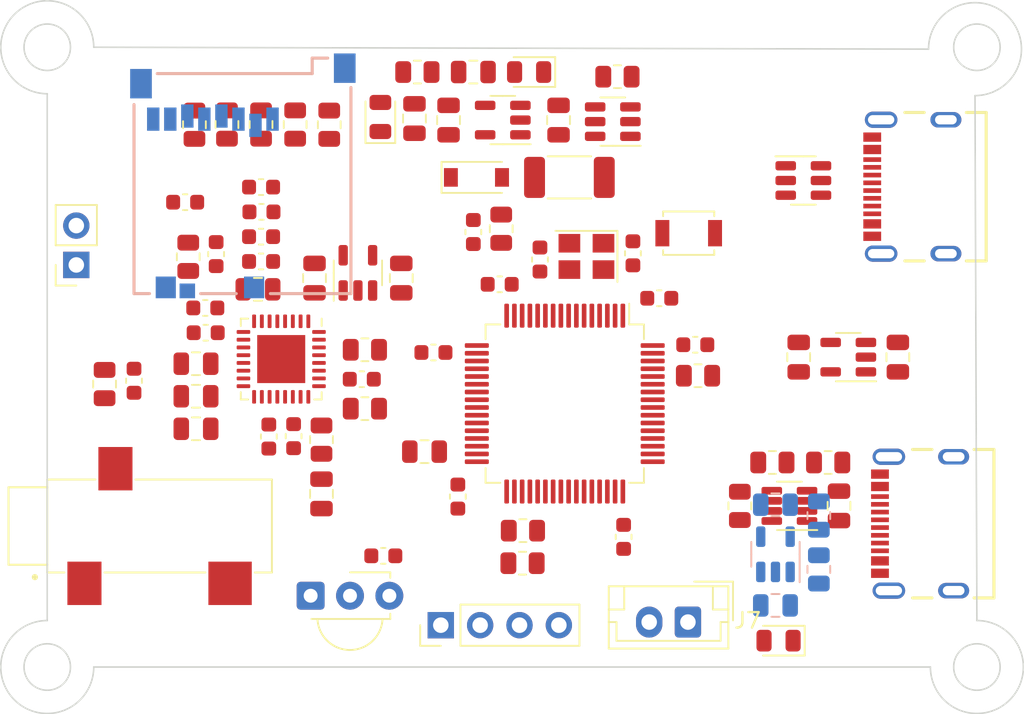
<source format=kicad_pcb>
(kicad_pcb (version 20211014) (generator pcbnew)
  (layers (0 "F.Cu" signal) (31 "B.Cu" signal) (34 "B.Paste" user) (35 "F.Paste" user) (36 "B.SilkS" user "B.Silkscreen") (37 "F.SilkS" user "F.Silkscreen") (38 "B.Mask" user) (39 "F.Mask" user) (44 "Edge.Cuts" user))
  (net 0 "")
  (net 1 "GND")
  (net 2 "Net-(C13-Pad2)")
  (net 3 "Net-(C14-Pad1)")
  (net 4 "Net-(C14-Pad2)")
  (net 5 "Net-(C15-Pad1)")
  (net 8 "Net-(C15-Pad2)")
  (net 11 "Net-(C16-Pad1)")
  (net 12 "Net-(C2-Pad1)")
  (net 14 "Net-(C17-Pad1)")
  (net 15 "Net-(C4-Pad1)")
  (net 16 "+3.3V")
  (net 17 "+2V5")
  (net 18 "Net-(C13-Pad1)")
  (net 19 "/PowerSupply/MAIN_PWR")
  (net 20 "Net-(C19-Pad1)")
  (net 21 "VBUS")
  (net 22 "+BATT")
  (net 23 "/PowerSupply/BOOST_IN")
  (net 24 "Net-(C36-Pad1)")
  (net 25 "/USB_OTG_VBUS")
  (net 26 "Net-(D1-Pad2)")
  (net 27 "/XIN")
  (net 28 "/XOUT")
  (net 29 "Net-(Y1-Pad2)")
  (net 30 "Net-(C18-Pad1)")
  (net 31 "Net-(C18-Pad2)")
  (net 32 "Net-(C21-Pad1)")
  (net 33 "Net-(C23-Pad1)")
  (net 34 "Net-(C25-Pad1)")
  (net 35 "/USB_POWER")
  (net 36 "USB+")
  (net 37 "USB-")
  (net 38 "SWCLK_PA14")
  (net 39 "SWDIO_PA13")
  (net 40 "SD_D2_PB1")
  (net 41 "SD_D3_PC11")
  (net 42 "SD_CMD_PD2")
  (net 43 "SD_CLK_PB2")
  (net 44 "SD_D0_PC8")
  (net 45 "SD_D1_PB0")
  (net 55 "Net-(R2-Pad2)")
  (net 56 "I2C_SDA_PB7")
  (net 57 "I2C_SCL_PB6")
  (net 58 "CODEC_M{slash}~{S}")
  (net 59 "Net-(R13-Pad2)")
  (net 60 "CODEC_RST")
  (net 61 "Net-(R15-Pad1)")
  (net 72 "I2S_WS_PA4")
  (net 73 "I2S_SCLK_PA5")
  (net 75 "I2S_DIN_PA7")
  (net 76 "I2S_MCLK_PC4")
  (net 87 "USB_N")
  (net 88 "USB_P")
  (net 97 "IRR_OUT")
  (net 105 "Net-(D3-Pad2)")
  (net 106 "Net-(R17-Pad1)")
  (net 107 "Net-(R19-Pad2)")
  (net 108 "Net-(R22-Pad2)")
  (net 109 "/PowerSupply/USB_OTG_EN")
  (net 111 "Net-(D2-Pad2)")
  (net 114 "/USB_OTG_EN")
  (footprint "Capacitor_SMD:C_0603_1608Metric" (layer "F.Cu") (at 144.8 67.3 -90)
    (fp_text reference "C3" hide)
    (fp_text value "12p" hide)
    (pad "1" smd roundrect (at -0.775 0 270) (size 0.9 0.95) (layers "F.Cu" "F.Paste" "F.Mask") (net 27 "/XIN"))
    (pad "2" smd roundrect (at 0.775 0 270) (size 0.9 0.95) (layers "F.Cu" "F.Paste" "F.Mask") (net 1 "GND"))
  )
  (footprint "Package_TO_SOT_SMD:SOT-23-6" (layer "F.Cu") (at 143.5 58.8 180)
    (fp_text reference "U8" hide)
    (fp_text value "AP22652W6-7" hide)
    (pad "1" smd roundrect (at -1.1375 -0.95 180) (size 1.325 0.6) (layers "F.Cu" "F.Paste" "F.Mask") (net 19 "/PowerSupply/MAIN_PWR"))
    (pad "2" smd roundrect (at -1.1375 0 180) (size 1.325 0.6) (layers "F.Cu" "F.Paste" "F.Mask") (net 1 "GND"))
    (pad "3" smd roundrect (at -1.1375 0.95 180) (size 1.325 0.6) (layers "F.Cu" "F.Paste" "F.Mask") (net 109 "/PowerSupply/USB_OTG_EN"))
    (pad "4" smd roundrect (at 1.1375 0.95 180) (size 1.325 0.6) (layers "F.Cu" "F.Paste" "F.Mask"))
    (pad "5" smd roundrect (at 1.1375 0 180) (size 1.325 0.6) (layers "F.Cu" "F.Paste" "F.Mask") (net 106 "Net-(R17-Pad1)"))
    (pad "6" smd roundrect (at 1.1375 -0.95 180) (size 1.325 0.6) (layers "F.Cu" "F.Paste" "F.Mask") (net 23 "/PowerSupply/BOOST_IN"))
  )
  (footprint "Resistor_SMD:R_0805_2012Metric" (layer "F.Cu") (at 125.2 59 -90)
    (fp_text reference "R8" hide)
    (fp_text value "10K" hide)
    (pad "1" smd roundrect (at -0.9125 0 270) (size 1.025 1.4) (layers "F.Cu" "F.Paste" "F.Mask") (roundrect_rratio 0.243902) (net 16 "+3.3V"))
    (pad "2" smd roundrect (at 0.9125 0 270) (size 1.025 1.4) (layers "F.Cu" "F.Paste" "F.Mask") (roundrect_rratio 0.243902) (net 45 "SD_D1_PB0"))
  )
  (footprint "Capacitor_SMD:C_0805_2012Metric" (layer "F.Cu") (at 140 58.7 90)
    (fp_text reference "C35" hide)
    (fp_text value "22u" hide)
    (pad "1" smd roundrect (at -0.95 0 90) (size 1 1.45) (layers "F.Cu" "F.Paste" "F.Mask") (net 23 "/PowerSupply/BOOST_IN"))
    (pad "2" smd roundrect (at 0.95 0 90) (size 1 1.45) (layers "F.Cu" "F.Paste" "F.Mask") (net 1 "GND"))
  )
  (footprint "Capacitor_SMD:C_0603_1608Metric" (layer "F.Cu") (at 138.8 67.7 90)
    (fp_text reference "C1" hide)
    (fp_text value "12p" hide)
    (pad "1" smd roundrect (at -0.775 0 90) (size 0.9 0.95) (layers "F.Cu" "F.Paste" "F.Mask") (net 28 "/XOUT"))
    (pad "2" smd roundrect (at 0.775 0 90) (size 0.9 0.95) (layers "F.Cu" "F.Paste" "F.Mask") (net 1 "GND"))
  )
  (footprint "Resistor_SMD:R_0805_2012Metric" (layer "F.Cu") (at 127.5 77.325 180)
    (fp_text reference "R14" hide)
    (fp_text value "10K" hide)
    (pad "1" smd roundrect (at -0.9125 0 180) (size 1.025 1.4) (layers "F.Cu" "F.Paste" "F.Mask") (roundrect_rratio 0.243902) (net 16 "+3.3V"))
    (pad "2" smd roundrect (at 0.9125 0 180) (size 1.025 1.4) (layers "F.Cu" "F.Paste" "F.Mask") (roundrect_rratio 0.243902) (net 60 "CODEC_RST"))
  )
  (footprint "Inductor_SMD:L_2010_5025Metric" (layer "F.Cu") (at 140.7 62.4 180)
    (fp_text reference "L1" hide)
    (fp_text value "2.2uH" hide)
    (pad "1" smd roundrect (at -2.25 0 180) (size 1.35 2.65) (layers "F.Cu" "F.Paste" "F.Mask") (roundrect_rratio 0.185185) (net 23 "/PowerSupply/BOOST_IN"))
    (pad "2" smd roundrect (at 2.25 0 180) (size 1.35 2.65) (layers "F.Cu" "F.Paste" "F.Mask") (roundrect_rratio 0.185185) (net 111 "Net-(D2-Pad2)"))
  )
  (footprint "Capacitor_SMD:C_0603_1608Metric" (layer "F.Cu") (at 120.8 67.825 180)
    (fp_text reference "C24" hide)
    (fp_text value "100n" hide)
    (pad "1" smd roundrect (at -0.775 0 180) (size 0.9 0.95) (layers "F.Cu" "F.Paste" "F.Mask") (net 17 "+2V5"))
    (pad "2" smd roundrect (at 0.775 0 180) (size 0.9 0.95) (layers "F.Cu" "F.Paste" "F.Mask") (net 1 "GND"))
  )
  (footprint "Capacitor_SMD:C_0603_1608Metric" (layer "F.Cu") (at 128.69 86.825 180)
    (fp_text reference "C11" hide)
    (fp_text value "100n" hide)
    (pad "1" smd roundrect (at -0.775 0 180) (size 0.9 0.95) (layers "F.Cu" "F.Paste" "F.Mask") (net 16 "+3.3V"))
    (pad "2" smd roundrect (at 0.775 0 180) (size 0.9 0.95) (layers "F.Cu" "F.Paste" "F.Mask") (net 1 "GND"))
  )
  (footprint "Package_TO_SOT_SMD:SOT-23-8" (layer "F.Cu") (at 154.9 83.6 180)
    (fp_text reference "U10" hide)
    (fp_text value "TPS2116" hide)
    (pad "1" smd roundrect (at -1.1375 -0.975 180) (size 1.325 0.5) (layers "F.Cu" "F.Paste" "F.Mask") (net 1 "GND"))
    (pad "2" smd roundrect (at -1.1375 -0.325 180) (size 1.325 0.5) (layers "F.Cu" "F.Paste" "F.Mask") (net 19 "/PowerSupply/MAIN_PWR"))
    (pad "3" smd roundrect (at -1.1375 0.325 180) (size 1.325 0.5) (layers "F.Cu" "F.Paste" "F.Mask") (net 21 "VBUS"))
    (pad "4" smd roundrect (at -1.1375 0.975 180) (size 1.325 0.5) (layers "F.Cu" "F.Paste" "F.Mask") (net 107 "Net-(R19-Pad2)"))
    (pad "5" smd roundrect (at 1.1375 0.975 180) (size 1.325 0.5) (layers "F.Cu" "F.Paste" "F.Mask") (net 21 "VBUS"))
    (pad "6" smd roundrect (at 1.1375 0.325 180) (size 1.325 0.5) (layers "F.Cu" "F.Paste" "F.Mask") (net 22 "+BATT"))
    (pad "7" smd roundrect (at 1.1375 -0.325 180) (size 1.325 0.5) (layers "F.Cu" "F.Paste" "F.Mask") (net 19 "/PowerSupply/MAIN_PWR"))
    (pad "8" smd roundrect (at 1.1375 -0.975 180) (size 1.325 0.5) (layers "F.Cu" "F.Paste" "F.Mask") (net 108 "Net-(R22-Pad2)"))
  )
  (footprint "Capacitor_SMD:C_0603_1608Metric" (layer "F.Cu") (at 134.5 65.925 90)
    (fp_text reference "C2" hide)
    (fp_text value "100n" hide)
    (pad "1" smd roundrect (at -0.775 0 90) (size 0.9 0.95) (layers "F.Cu" "F.Paste" "F.Mask") (net 12 "Net-(C2-Pad1)"))
    (pad "2" smd roundrect (at 0.775 0 90) (size 0.9 0.95) (layers "F.Cu" "F.Paste" "F.Mask") (net 1 "GND"))
  )
  (footprint "Resistor_SMD:R_0805_2012Metric" (layer "F.Cu") (at 116.1 67.525 -90)
    (fp_text reference "R10" hide)
    (fp_text value "51R" hide)
    (pad "1" smd roundrect (at -0.9125 0 270) (size 1.025 1.4) (layers "F.Cu" "F.Paste" "F.Mask") (roundrect_rratio 0.243902) (net 2 "Net-(C13-Pad2)"))
    (pad "2" smd roundrect (at 0.9125 0 270) (size 1.025 1.4) (layers "F.Cu" "F.Paste" "F.Mask") (roundrect_rratio 0.243902) (net 1 "GND"))
  )
  (footprint "Capacitor_SMD:C_0603_1608Metric" (layer "F.Cu") (at 127.3 75.425)
    (fp_text reference "C20" hide)
    (fp_text value "100n" hide)
    (pad "1" smd roundrect (at -0.775 0) (size 0.9 0.95) (layers "F.Cu" "F.Paste" "F.Mask") (net 16 "+3.3V"))
    (pad "2" smd roundrect (at 0.775 0) (size 0.9 0.95) (layers "F.Cu" "F.Paste" "F.Mask") (net 1 "GND"))
  )
  (footprint "Package_TO_SOT_SMD:SOT-23-5" (layer "F.Cu") (at 136.4 58.7 180)
    (fp_text reference "U9" hide)
    (fp_text value "TPS613222ADBV" hide)
    (pad "1" smd roundrect (at -1.1375 -0.95 180) (size 1.325 0.6) (layers "F.Cu" "F.Paste" "F.Mask") (net 111 "Net-(D2-Pad2)"))
    (pad "2" smd roundrect (at -1.1375 0 180) (size 1.325 0.6) (layers "F.Cu" "F.Paste" "F.Mask") (net 1 "GND"))
    (pad "3" smd roundrect (at -1.1375 0.95 180) (size 1.325 0.6) (layers "F.Cu" "F.Paste" "F.Mask"))
    (pad "4" smd roundrect (at 1.1375 0.95 180) (size 1.325 0.6) (layers "F.Cu" "F.Paste" "F.Mask") (net 25 "/USB_OTG_VBUS"))
    (pad "5" smd roundrect (at 1.1375 -0.95 180) (size 1.325 0.6) (layers "F.Cu" "F.Paste" "F.Mask"))
  )
  (footprint "Capacitor_SMD:C_0603_1608Metric" (layer "F.Cu") (at 146.5 70.2)
    (fp_text reference "C5" hide)
    (fp_text value "100n" hide)
    (pad "1" smd roundrect (at -0.775 0) (size 0.9 0.95) (layers "F.Cu" "F.Paste" "F.Mask") (net 16 "+3.3V"))
    (pad "2" smd roundrect (at 0.775 0) (size 0.9 0.95) (layers "F.Cu" "F.Paste" "F.Mask") (net 1 "GND"))
  )
  (footprint "MountingHole:MountingHole_2.1mm" (layer "F.Cu") (at 167 54)
    (fp_text reference "M1" hide)
    (fp_text value "MNT" hide)
    (pad "" np_thru_hole circle (at 0 0) (size 2.1 2.1) (drill 2.1) (layers *.Cu *.Mask))
  )
  (footprint "Capacitor_SMD:C_0805_2012Metric" (layer "F.Cu") (at 158.1 83.6 90)
    (fp_text reference "C39" hide)
    (fp_text value "100u" hide)
    (pad "1" smd roundrect (at -0.95 0 90) (size 1 1.45) (layers "F.Cu" "F.Paste" "F.Mask") (net 19 "/PowerSupply/MAIN_PWR"))
    (pad "2" smd roundrect (at 0.95 0 90) (size 1 1.45) (layers "F.Cu" "F.Paste" "F.Mask") (net 1 "GND"))
  )
  (footprint "Capacitor_SMD:C_0805_2012Metric" (layer "F.Cu") (at 161.9 74 -90)
    (fp_text reference "C31" hide)
    (fp_text value "10u" hide)
    (pad "1" smd roundrect (at -0.95 0 270) (size 1 1.45) (layers "F.Cu" "F.Paste" "F.Mask") (net 19 "/PowerSupply/MAIN_PWR"))
    (pad "2" smd roundrect (at 0.95 0 270) (size 1 1.45) (layers "F.Cu" "F.Paste" "F.Mask") (net 1 "GND"))
  )
  (footprint "Capacitor_SMD:C_0805_2012Metric" (layer "F.Cu") (at 116.6 78.625 180)
    (fp_text reference "C25" hide)
    (fp_text value "10u" hide)
    (pad "1" smd roundrect (at -0.95 0 180) (size 1 1.45) (layers "F.Cu" "F.Paste" "F.Mask") (net 34 "Net-(C25-Pad1)"))
    (pad "2" smd roundrect (at 0.95 0 180) (size 1 1.45) (layers "F.Cu" "F.Paste" "F.Mask") (net 1 "GND"))
  )
  (footprint "Resistor_SMD:R_0805_2012Metric" (layer "F.Cu") (at 116.5 59 -90)
    (fp_text reference "R7" hide)
    (fp_text value "10K" hide)
    (pad "1" smd roundrect (at -0.9125 0 270) (size 1.025 1.4) (layers "F.Cu" "F.Paste" "F.Mask") (roundrect_rratio 0.243902) (net 16 "+3.3V"))
    (pad "2" smd roundrect (at 0.9125 0 270) (size 1.025 1.4) (layers "F.Cu" "F.Paste" "F.Mask") (roundrect_rratio 0.243902) (net 40 "SD_D2_PB1"))
  )
  (footprint "Package_TO_SOT_SMD:SOT-23-6" (layer "F.Cu") (at 155.8 62.6)
    (fp_text reference "U2" hide)
    (fp_text value "D-ESD-PESD2ETH-AD" hide)
    (pad "1" smd roundrect (at -1.1375 -0.95) (size 1.325 0.6) (layers "F.Cu" "F.Paste" "F.Mask") (net 88 "USB_P"))
    (pad "2" smd roundrect (at -1.1375 0) (size 1.325 0.6) (layers "F.Cu" "F.Paste" "F.Mask") (net 1 "GND"))
    (pad "3" smd roundrect (at -1.1375 0.95) (size 1.325 0.6) (layers "F.Cu" "F.Paste" "F.Mask") (net 87 "USB_N"))
    (pad "4" smd roundrect (at 1.1375 0.95) (size 1.325 0.6) (layers "F.Cu" "F.Paste" "F.Mask") (net 37 "USB-"))
    (pad "5" smd roundrect (at 1.1375 0) (size 1.325 0.6) (layers "F.Cu" "F.Paste" "F.Mask") (net 35 "/USB_POWER"))
    (pad "6" smd roundrect (at 1.1375 -0.95) (size 1.325 0.6) (layers "F.Cu" "F.Paste" "F.Mask") (net 36 "USB+"))
  )
  (footprint "Capacitor_SMD:C_0805_2012Metric" (layer "F.Cu") (at 134.5 55.6 180)
    (fp_text reference "C36" hide)
    (fp_text value "120p" hide)
    (pad "1" smd roundrect (at -0.95 0 180) (size 1 1.45) (layers "F.Cu" "F.Paste" "F.Mask") (net 24 "Net-(C36-Pad1)"))
    (pad "2" smd roundrect (at 0.95 0 180) (size 1 1.45) (layers "F.Cu" "F.Paste" "F.Mask") (net 25 "/USB_OTG_VBUS"))
  )
  (footprint "Connector_JST:JST_EH_B2B-EH-A_1x02_P2.50mm_Vertical" (layer "F.Cu") (at 148.35 91.1 180)
    (fp_text reference "J7" (at -3.85 0.1 180) (layer "F.SilkS"))
    (fp_text value "BATT")
    (pad "1" thru_hole roundrect (at 0 0 180) (size 1.7 2) (drill 1) (layers *.Cu *.Mask) (roundrect_rratio 0.147059) (net 1 "GND"))
    (pad "2" thru_hole oval (at 2.5 0 180) (size 1.7 2) (drill 1) (layers *.Cu *.Mask) (net 22 "+BATT"))
  )
  (footprint "Resistor_SMD:R_0805_2012Metric" (layer "F.Cu") (at 118.6 58.9875 -90)
    (fp_text reference "R5" hide)
    (fp_text value "10K" hide)
    (pad "1" smd roundrect (at -0.9125 0 270) (size 1.025 1.4) (layers "F.Cu" "F.Paste" "F.Mask") (roundrect_rratio 0.243902) (net 16 "+3.3V"))
    (pad "2" smd roundrect (at 0.9125 0 270) (size 1.025 1.4) (layers "F.Cu" "F.Paste" "F.Mask") (roundrect_rratio 0.243902) (net 41 "SD_D3_PC11"))
  )
  (footprint "Button_Switch_SMD:SW_SPST_B3U-1000P-B" (layer "F.Cu") (at 148.4 66)
    (fp_text reference "SW1" hide)
    (fp_text value "RST" hide)
    (pad "" np_thru_hole circle (at 0 0) (size 0.8 0.8) (drill 0.8) (layers *.Cu *.Mask))
    (pad "1" smd rect (at -1.7 0) (size 0.9 1.7) (layers "F.Cu" "F.Paste" "F.Mask") (net 12 "Net-(C2-Pad1)"))
    (pad "2" smd rect (at 1.7 0) (size 0.9 1.7) (layers "F.Cu" "F.Paste" "F.Mask") (net 1 "GND"))
  )
  (footprint "Capacitor_SMD:C_0805_2012Metric" (layer "F.Cu") (at 124.25 68.9 -90)
    (fp_text reference "C34" hide)
    (fp_text value "10u" hide)
    (pad "1" smd roundrect (at -0.95 0 270) (size 1 1.45) (layers "F.Cu" "F.Paste" "F.Mask") (net 17 "+2V5"))
    (pad "2" smd roundrect (at 0.95 0 270) (size 1 1.45) (layers "F.Cu" "F.Paste" "F.Mask") (net 1 "GND"))
  )
  (footprint "Capacitor_SMD:C_0603_1608Metric" (layer "F.Cu") (at 117.9 67.35 90)
    (fp_text reference "C13" hide)
    (fp_text value "22p" hide)
    (pad "1" smd roundrect (at -0.775 0 90) (size 0.9 0.95) (layers "F.Cu" "F.Paste" "F.Mask") (net 18 "Net-(C13-Pad1)"))
    (pad "2" smd roundrect (at 0.775 0 90) (size 0.9 0.95) (layers "F.Cu" "F.Paste" "F.Mask") (net 2 "Net-(C13-Pad2)"))
  )
  (footprint "Resistor_SMD:R_0805_2012Metric" (layer "F.Cu") (at 120.8 58.9875 -90)
    (fp_text reference "R3" hide)
    (fp_text value "10K" hide)
    (pad "1" smd roundrect (at -0.9125 0 270) (size 1.025 1.4) (layers "F.Cu" "F.Paste" "F.Mask") (roundrect_rratio 0.243902) (net 16 "+3.3V"))
    (pad "2" smd roundrect (at 0.9125 0 270) (size 1.025 1.4) (layers "F.Cu" "F.Paste" "F.Mask") (roundrect_rratio 0.243902) (net 42 "SD_CMD_PD2"))
  )
  (footprint "Package_QFP:LQFP-64_10x10mm_P0.5mm" (layer "F.Cu") (at 140.4 77 -90)
    (fp_text reference "U1" hide)
    (fp_text value "STM32F446RETx" hide)
    (pad "1" smd roundrect (at -5.675 -3.75 270) (size 1.55 0.3) (layers "F.Cu" "F.Paste" "F.Mask") (net 16 "+3.3V"))
    (pad "2" smd roundrect (at -5.675 -3.25 270) (size 1.55 0.3) (layers "F.Cu" "F.Paste" "F.Mask"))
    (pad "3" smd roundrect (at -5.675 -2.75 270) (size 1.55 0.3) (layers "F.Cu" "F.Paste" "F.Mask"))
    (pad "4" smd roundrect (at -5.675 -2.25 270) (size 1.55 0.3) (layers "F.Cu" "F.Paste" "F.Mask"))
    (pad "5" smd roundrect (at -5.675 -1.75 270) (size 1.55 0.3) (layers "F.Cu" "F.Paste" "F.Mask") (net 27 "/XIN"))
    (pad "6" smd roundrect (at -5.675 -1.25 270) (size 1.55 0.3) (layers "F.Cu" "F.Paste" "F.Mask") (net 28 "/XOUT"))
    (pad "7" smd roundrect (at -5.675 -0.75 270) (size 1.55 0.3) (layers "F.Cu" "F.Paste" "F.Mask") (net 12 "Net-(C2-Pad1)"))
    (pad "8" smd roundrect (at -5.675 -0.25 270) (size 1.55 0.3) (layers "F.Cu" "F.Paste" "F.Mask"))
    (pad "9" smd roundrect (at -5.675 0.25 270) (size 1.55 0.3) (layers "F.Cu" "F.Paste" "F.Mask"))
    (pad "10" smd roundrect (at -5.675 0.75 270) (size 1.55 0.3) (layers "F.Cu" "F.Paste" "F.Mask"))
    (pad "11" smd roundrect (at -5.675 1.25 270) (size 1.55 0.3) (layers "F.Cu" "F.Paste" "F.Mask"))
    (pad "12" smd roundrect (at -5.675 1.75 270) (size 1.55 0.3) (layers "F.Cu" "F.Paste" "F.Mask") (net 1 "GND"))
    (pad "13" smd roundrect (at -5.675 2.25 270) (size 1.55 0.3) (layers "F.Cu" "F.Paste" "F.Mask") (net 16 "+3.3V"))
    (pad "14" smd roundrect (at -5.675 2.75 270) (size 1.55 0.3) (layers "F.Cu" "F.Paste" "F.Mask"))
    (pad "15" smd roundrect (at -5.675 3.25 270) (size 1.55 0.3) (layers "F.Cu" "F.Paste" "F.Mask"))
    (pad "16" smd roundrect (at -5.675 3.75 270) (size 1.55 0.3) (layers "F.Cu" "F.Paste" "F.Mask"))
    (pad "17" smd roundrect (at -3.75 5.675 270) (size 0.3 1.55) (layers "F.Cu" "F.Paste" "F.Mask"))
    (pad "18" smd roundrect (at -3.25 5.675 270) (size 0.3 1.55) (layers "F.Cu" "F.Paste" "F.Mask") (net 1 "GND"))
    (pad "19" smd roundrect (at -2.75 5.675 270) (size 0.3 1.55) (layers "F.Cu" "F.Paste" "F.Mask") (net 16 "+3.3V"))
    (pad "20" smd roundrect (at -2.25 5.675 270) (size 0.3 1.55) (layers "F.Cu" "F.Paste" "F.Mask") (net 72 "I2S_WS_PA4"))
    (pad "21" smd roundrect (at -1.75 5.675 270) (size 0.3 1.55) (layers "F.Cu" "F.Paste" "F.Mask") (net 73 "I2S_SCLK_PA5"))
    (pad "22" smd roundrect (at -1.25 5.675 270) (size 0.3 1.55) (layers "F.Cu" "F.Paste" "F.Mask"))
    (pad "23" smd roundrect (at -0.75 5.675 270) (size 0.3 1.55) (layers "F.Cu" "F.Paste" "F.Mask") (net 75 "I2S_DIN_PA7"))
    (pad "24" smd roundrect (at -0.25 5.675 270) (size 0.3 1.55) (layers "F.Cu" "F.Paste" "F.Mask") (net 76 "I2S_MCLK_PC4"))
    (pad "25" smd roundrect (at 0.25 5.675 270) (size 0.3 1.55) (layers "F.Cu" "F.Paste" "F.Mask"))
    (pad "26" smd roundrect (at 0.75 5.675 270) (size 0.3 1.55) (layers "F.Cu" "F.Paste" "F.Mask") (net 45 "SD_D1_PB0"))
    (pad "27" smd roundrect (at 1.25 5.675 270) (size 0.3 1.55) (layers "F.Cu" "F.Paste" "F.Mask") (net 40 "SD_D2_PB1"))
    (pad "28" smd roundrect (at 1.75 5.675 270) (size 0.3 1.55) (layers "F.Cu" "F.Paste" "F.Mask") (net 43 "SD_CLK_PB2"))
    (pad "29" smd roundrect (at 2.25 5.675 270) (size 0.3 1.55) (layers "F.Cu" "F.Paste" "F.Mask"))
    (pad "30" smd roundrect (at 2.75 5.675 270) (size 0.3 1.55) (layers "F.Cu" "F.Paste" "F.Mask") (net 15 "Net-(C4-Pad1)"))
    (pad "31" smd roundrect (at 3.25 5.675 270) (size 0.3 1.55) (layers "F.Cu" "F.Paste" "F.Mask") (net 1 "GND"))
    (pad "32" smd roundrect (at 3.75 5.675 270) (size 0.3 1.55) (layers "F.Cu" "F.Paste" "F.Mask") (net 16 "+3.3V"))
    (pad "33" smd roundrect (at 5.675 3.75 270) (size 1.55 0.3) (layers "F.Cu" "F.Paste" "F.Mask") (net 114 "/USB_OTG_EN"))
    (pad "34" smd roundrect (at 5.675 3.25 270) (size 1.55 0.3) (layers "F.Cu" "F.Paste" "F.Mask"))
    (pad "35" smd roundrect (at 5.675 2.75 270) (size 1.55 0.3) (layers "F.Cu" "F.Paste" "F.Mask"))
    (pad "36" smd roundrect (at 5.675 2.25 270) (size 1.55 0.3) (layers "F.Cu" "F.Paste" "F.Mask") (net 97 "IRR_OUT"))
    (pad "37" smd roundrect (at 5.675 1.75 270) (size 1.55 0.3) (layers "F.Cu" "F.Paste" "F.Mask"))
    (pad "38" smd roundrect (at 5.675 1.25 270) (size 1.55 0.3) (layers "F.Cu" "F.Paste" "F.Mask"))
    (pad "39" smd roundrect (at 5.675 0.75 270) (size 1.55 0.3) (layers "F.Cu" "F.Paste" "F.Mask") (net 44 "SD_D0_PC8"))
    (pad "40" smd roundrect (at 5.675 0.25 270) (size 1.55 0.3) (layers "F.Cu" "F.Paste" "F.Mask"))
    (pad "41" smd roundrect (at 5.675 -0.25 270) (size 1.55 0.3) (layers "F.Cu" "F.Paste" "F.Mask"))
    (pad "42" smd roundrect (at 5.675 -0.75 270) (size 1.55 0.3) (layers "F.Cu" "F.Paste" "F.Mask"))
    (pad "43" smd roundrect (at 5.675 -1.25 270) (size 1.55 0.3) (layers "F.Cu" "F.Paste" "F.Mask"))
    (pad "44" smd roundrect (at 5.675 -1.75 270) (size 1.55 0.3) (layers "F.Cu" "F.Paste" "F.Mask") (net 87 "USB_N"))
    (pad "45" smd roundrect (at 5.675 -2.25 270) (size 1.55 0.3) (layers "F.Cu" "F.Paste" "F.Mask") (net 88 "USB_P"))
    (pad "46" smd roundrect (at 5.675 -2.75 270) (size 1.55 0.3) (layers "F.Cu" "F.Paste" "F.Mask"))
    (pad "47" smd roundrect (at 5.675 -3.25 270) (size 1.55 0.3) (layers "F.Cu" "F.Paste" "F.Mask") (net 1 "GND"))
    (pad "48" smd roundrect (at 5.675 -3.75 270) (size 1.55 0.3) (layers "F.Cu" "F.Paste" "F.Mask") (net 16 "+3.3V"))
    (pad "49" smd roundrect (at 3.75 -5.675 270) (size 0.3 1.55) (layers "F.Cu" "F.Paste" "F.Mask") (net 38 "SWCLK_PA14"))
    (pad "50" smd roundrect (at 3.25 -5.675 270) (size 0.3 1.55) (layers "F.Cu" "F.Paste" "F.Mask") (net 39 "SWDIO_PA13"))
    (pad "51" smd roundrect (at 2.75 -5.675 270) (size 0.3 1.55) (layers "F.Cu" "F.Paste" "F.Mask"))
    (pad "52" smd roundrect (at 2.25 -5.675 270) (size 0.3 1.55) (layers "F.Cu" "F.Paste" "F.Mask") (net 41 "SD_D3_PC11"))
    (pad "53" smd roundrect (at 1.75 -5.675 270) (size 0.3 1.55) (layers "F.Cu" "F.Paste" "F.Mask"))
    (pad "54" smd roundrect (at 1.25 -5.675 270) (size 0.3 1.55) (layers "F.Cu" "F.Paste" "F.Mask") (net 42 "SD_CMD_PD2"))
    (pad "55" smd roundrect (at 0.75 -5.675 270) (size 0.3 1.55) (layers "F.Cu" "F.Paste" "F.Mask"))
    (pad "56" smd roundrect (at 0.25 -5.675 270) (size 0.3 1.55) (layers "F.Cu" "F.Paste" "F.Mask"))
    (pad "57" smd roundrect (at -0.25 -5.675 270) (size 0.3 1.55) (layers "F.Cu" "F.Paste" "F.Mask"))
    (pad "58" smd roundrect (at -0.75 -5.675 270) (size 0.3 1.55) (layers "F.Cu" "F.Paste" "F.Mask") (net 57 "I2C_SCL_PB6"))
    (pad "59" smd roundrect (at -1.25 -5.675 270) (size 0.3 1.55) (layers "F.Cu" "F.Paste" "F.Mask") (net 56 "I2C_SDA_PB7"))
    (pad "60" smd roundrect (at -1.75 -5.675 270) (size 0.3 1.55) (layers "F.Cu" "F.Paste" "F.Mask") (net 55 "Net-(R2-Pad2)"))
    (pad "61" smd roundrect (at -2.25 -5.675 270) (size 0.3 1.55) (layers "F.Cu" "F.Paste" "F.Mask"))
    (pad "62" smd roundrect (at -2.75 -5.675 270) (size 0.3 1.55) (layers "F.Cu" "F.Paste" "F.Mask"))
    (pad "63" smd roundrect (at -3.25 -5.675 270) (size 0.3 1.55) (layers "F.Cu" "F.Paste" "F.Mask") (net 1 "GND"))
    (pad "64" smd roundrect (at -3.75 -5.675 270) (size 0.3 1.55) (layers "F.Cu" "F.Paste" "F.Mask") (net 16 "+3.3V"))
  )
  (footprint "Capacitor_SMD:C_0805_2012Metric" (layer "F.Cu") (at 124.7 82.825 90)
    (fp_text reference "C15" hide)
    (fp_text value "1u" hide)
    (pad "1" smd roundrect (at -0.95 0 90) (size 1 1.45) (layers "F.Cu" "F.Paste" "F.Mask") (net 5 "Net-(C15-Pad1)"))
    (pad "2" smd roundrect (at 0.95 0 90) (size 1 1.45) (layers "F.Cu" "F.Paste" "F.Mask") (net 8 "Net-(C15-Pad2)"))
  )
  (footprint "Resistor_SMD:R_0805_2012Metric" (layer "F.Cu") (at 137.7 85.2 180)
    (fp_text reference "R4" hide)
    (fp_text value "10K" hide)
    (pad "1" smd roundrect (at -0.9125 0 180) (size 1.025 1.4) (layers "F.Cu" "F.Paste" "F.Mask") (roundrect_rratio 0.243902) (net 16 "+3.3V"))
    (pad "2" smd roundrect (at 0.9125 0 180) (size 1.025 1.4) (layers "F.Cu" "F.Paste" "F.Mask") (roundrect_rratio 0.243902) (net 56 "I2C_SDA_PB7"))
  )
  (footprint "Capacitor_SMD:C_0603_1608Metric" (layer "F.Cu") (at 120.8 63.025 180)
    (fp_text reference "C28" hide)
    (fp_text value "100n" hide)
    (pad "1" smd roundrect (at -0.775 0 180) (size 0.9 0.95) (layers "F.Cu" "F.Paste" "F.Mask") (net 17 "+2V5"))
    (pad "2" smd roundrect (at 0.775 0 180) (size 0.9 0.95) (layers "F.Cu" "F.Paste" "F.Mask") (net 1 "GND"))
  )
  (footprint "Capacitor_SMD:C_0805_2012Metric" (layer "F.Cu") (at 129.85 68.9 90)
    (fp_text reference "C32" hide)
    (fp_text value "10u" hide)
    (pad "1" smd roundrect (at -0.95 0 90) (size 1 1.45) (layers "F.Cu" "F.Paste" "F.Mask") (net 19 "/PowerSupply/MAIN_PWR"))
    (pad "2" smd roundrect (at 0.95 0 90) (size 1 1.45) (layers "F.Cu" "F.Paste" "F.Mask") (net 1 "GND"))
  )
  (footprint "1KiCadLib:CON_USB_GCT_USB4105_REVA" (layer "F.Cu") (at 165.5 84.75 90)
    (fp_text reference "J6" hide)
    (fp_text value "CON_USB_GCT_USB4105_REVA" hide)
    (pad "" np_thru_hole circle locked (at -2.89 -3.68 90) (size 0.65 0.65) (drill 0.65) (layers *.Cu *.Mask))
    (pad "" np_thru_hole circle locked (at 2.89 -3.68 90) (size 0.65 0.65) (drill 0.65) (layers *.Cu *.Mask))
    (pad "A1/B12" smd rect locked (at -3.2 -4.755 90) (size 0.6 1.15) (layers "F.Cu" "F.Paste" "F.Mask") (net 1 "GND"))
    (pad "A4/B9" smd rect locked (at -2.4 -4.755 90) (size 0.6 1.15) (layers "F.Cu" "F.Paste" "F.Mask") (net 21 "VBUS"))
    (pad "A5" smd rect locked (at -1.25 -4.755 90) (size 0.3 1.15) (layers "F.Cu" "F.Paste" "F.Mask"))
    (pad "A6" smd rect locked (at -0.25 -4.755 90) (size 0.3 1.15) (layers "F.Cu" "F.Paste" "F.Mask"))
    (pad "A7" smd rect locked (at 0.25 -4.755 90) (size 0.3 1.15) (layers "F.Cu" "F.Paste" "F.Mask"))
    (pad "A8" smd rect locked (at 1.25 -4.755 90) (size 0.3 1.15) (layers "F.Cu" "F.Paste" "F.Mask"))
    (pad "B1/A12" smd rect locked (at 3.2 -4.755 90) (size 0.6 1.15) (layers "F.Cu" "F.Paste" "F.Mask") (net 1 "GND"))
    (pad "B4/A9" smd rect locked (at 2.4 -4.755 90) (size 0.6 1.15) (layers "F.Cu" "F.Paste" "F.Mask") (net 21 "VBUS"))
    (pad "B5" smd rect locked (at 1.75 -4.755 90) (size 0.3 1.15) (layers "F.Cu" "F.Paste" "F.Mask"))
    (pad "B6" smd rect locked (at 0.75 -4.755 90) (size 0.3 1.15) (layers "F.Cu" "F.Paste" "F.Mask"))
    (pad "B7" smd rect locked (at -0.75 -4.755 90) (size 0.3 1.15) (layers "F.Cu" "F.Paste" "F.Mask"))
    (pad "B8" smd rect locked (at -1.75 -4.755 90) (size 0.3 1.15) (layers "F.Cu" "F.Paste" "F.Mask"))
    (pad "G1" thru_hole oval locked (at -4.32 0 90) (size 1 2) (drill oval 0.6 1.4) (layers *.Cu *.Mask) (net 1 "GND"))
    (pad "G2" thru_hole oval locked (at 4.32 0 90) (size 1 2) (drill oval 0.6 1.4) (layers *.Cu *.Mask) (net 1 "GND"))
    (pad "G3" thru_hole oval locked (at -4.32 -4.18 90) (size 1.05 2.1) (drill oval 0.6 1.7) (layers *.Cu *.Mask) (net 1 "GND"))
    (pad "G4" thru_hole oval locked (at 4.32 -4.18 90) (size 1.05 2.1) (drill oval 0.6 1.7) (layers *.Cu *.Mask) (net 1 "GND"))
  )
  (footprint "Capacitor_SMD:C_0603_1608Metric" (layer "F.Cu") (at 120.8 66.225 180)
    (fp_text reference "C26" hide)
    (fp_text value "100n" hide)
    (pad "1" smd roundrect (at -0.775 0 180) (size 0.9 0.95) (layers "F.Cu" "F.Paste" "F.Mask") (net 17 "+2V5"))
    (pad "2" smd roundrect (at 0.775 0 180) (size 0.9 0.95) (layers "F.Cu" "F.Paste" "F.Mask") (net 1 "GND"))
  )
  (footprint "Resistor_SMD:R_0805_2012Metric" (layer "F.Cu") (at 124.7 79.325 90)
    (fp_text reference "R13" hide)
    (fp_text value "100R" hide)
    (pad "1" smd roundrect (at -0.9125 0 90) (size 1.025 1.4) (layers "F.Cu" "F.Paste" "F.Mask") (roundrect_rratio 0.243902) (net 8 "Net-(C15-Pad2)"))
    (pad "2" smd roundrect (at 0.9125 0 90) (size 1.025 1.4) (layers "F.Cu" "F.Paste" "F.Mask") (roundrect_rratio 0.243902) (net 59 "Net-(R13-Pad2)"))
  )
  (footprint "Resistor_SMD:R_0805_2012Metric" (layer "F.Cu") (at 143.8 55.9 180)
    (fp_text reference "R17" hide)
    (fp_text value "20k" hide)
    (pad "1" smd roundrect (at -0.9125 0 180) (size 1.025 1.4) (layers "F.Cu" "F.Paste" "F.Mask") (roundrect_rratio 0.243902) (net 106 "Net-(R17-Pad1)"))
    (pad "2" smd roundrect (at 0.9125 0 180) (size 1.025 1.4) (layers "F.Cu" "F.Paste" "F.Mask") (roundrect_rratio 0.243902) (net 1 "GND"))
  )
  (footprint "MountingHole:MountingHole_2.1mm" (layer "F.Cu") (at 106.9 54)
    (fp_text reference "M2" hide)
    (fp_text value "MNT" hide)
    (pad "" np_thru_hole circle (at 0 0) (size 2.1 2.1) (drill 2.1) (layers *.Cu *.Mask))
  )
  (footprint "LibraryAudioBoard:CUI_SJ-3523-SMT-TR" (layer "F.Cu") (at 110.5 84.9)
    (fp_text reference "J4" hide)
    (fp_text value "SJ-3523-SMT-TR" hide)
    (pad "" np_thru_hole circle (at 0 0) (size 1.7 1.7) (drill 1.7) (layers *.Cu *.Mask))
    (pad "" np_thru_hole circle (at 7 0) (size 1.7 1.7) (drill 1.7) (layers *.Cu *.Mask))
    (pad "1" smd rect (at -1.1 3.7) (size 2.2 2.8) (layers "F.Cu" "F.Paste" "F.Mask") (net 3 "Net-(C14-Pad1)"))
    (pad "2" smd rect (at 8.3 3.7) (size 2.8 2.8) (layers "F.Cu" "F.Paste" "F.Mask") (net 1 "GND"))
    (pad "3" smd rect (at 0.9 -3.7) (size 2.2 2.8) (layers "F.Cu" "F.Paste" "F.Mask") (net 18 "Net-(C13-Pad1)"))
  )
  (footprint "Capacitor_SMD:C_0805_2012Metric" (layer "F.Cu") (at 131.35 80.1 180)
    (fp_text reference "C4" hide)
    (fp_text value "4.7u" hide)
    (pad "1" smd roundrect (at -0.95 0 180) (size 1 1.45) (layers "F.Cu" "F.Paste" "F.Mask") (net 15 "Net-(C4-Pad1)"))
    (pad "2" smd roundrect (at 0.95 0 180) (size 1 1.45) (layers "F.Cu" "F.Paste" "F.Mask") (net 1 "GND"))
  )
  (footprint "Capacitor_SMD:C_0603_1608Metric" (layer "F.Cu") (at 120.825 64.625 180)
    (fp_text reference "C27" hide)
    (fp_text value "100n" hide)
    (pad "1" smd roundrect (at -0.775 0 180) (size 0.9 0.95) (layers "F.Cu" "F.Paste" "F.Mask") (net 17 "+2V5"))
    (pad "2" smd roundrect (at 0.775 0 180) (size 0.9 0.95) (layers "F.Cu" "F.Paste" "F.Mask") (net 1 "GND"))
  )
  (footprint "Resistor_SMD:R_0805_2012Metric" (layer "F.Cu") (at 127.5 73.525 180)
    (fp_text reference "R12" hide)
    (fp_text value "10K" hide)
    (pad "1" smd roundrect (at -0.9125 0 180) (size 1.025 1.4) (layers "F.Cu" "F.Paste" "F.Mask") (roundrect_rratio 0.243902) (net 1 "GND"))
    (pad "2" smd roundrect (at 0.9125 0 180) (size 1.025 1.4) (layers "F.Cu" "F.Paste" "F.Mask") (roundrect_rratio 0.243902) (net 58 "CODEC_M{slash}~{S}"))
  )
  (footprint "Resistor_SMD:R_0805_2012Metric" (layer "F.Cu") (at 157.4 80.8)
    (fp_text reference "R20" hide)
    (fp_text value "10K" hide)
    (pad "1" smd roundrect (at -0.9125 0) (size 1.025 1.4) (layers "F.Cu" "F.Paste" "F.Mask") (roundrect_rratio 0.243902) (net 107 "Net-(R19-Pad2)"))
    (pad "2" smd roundrect (at 0.9125 0) (size 1.025 1.4) (layers "F.Cu" "F.Paste" "F.Mask") (roundrect_rratio 0.243902) (net 1 "GND"))
  )
  (footprint "Package_TO_SOT_SMD:SOT-23-5" (layer "F.Cu") (at 127.05 68.5625 90)
    (fp_text reference "U7" hide)
    (fp_text value "NCP163ASN250T1G" hide)
    (pad "1" smd roundrect (at -1.1375 -0.95 90) (size 1.325 0.6) (layers "F.Cu" "F.Paste" "F.Mask") (net 19 "/PowerSupply/MAIN_PWR"))
    (pad "2" smd roundrect (at -1.1375 0 90) (size 1.325 0.6) (layers "F.Cu" "F.Paste" "F.Mask") (net 1 "GND"))
    (pad "3" smd roundrect (at -1.1375 0.95 90) (size 1.325 0.6) (layers "F.Cu" "F.Paste" "F.Mask") (net 19 "/PowerSupply/MAIN_PWR"))
    (pad "4" smd roundrect (at 1.1375 0.95 90) (size 1.325 0.6) (layers "F.Cu" "F.Paste" "F.Mask"))
    (pad "5" smd roundrect (at 1.1375 -0.95 90) (size 1.325 0.6) (layers "F.Cu" "F.Paste" "F.Mask") (net 17 "+2V5"))
  )
  (footprint "Capacitor_SMD:C_0603_1608Metric" (layer "F.Cu") (at 148.825 73.2)
    (fp_text reference "C10" hide)
    (fp_text value "100n" hide)
    (pad "1" smd roundrect (at -0.775 0) (size 0.9 0.95) (layers "F.Cu" "F.Paste" "F.Mask") (net 16 "+3.3V"))
    (pad "2" smd roundrect (at 0.775 0) (size 0.9 0.95) (layers "F.Cu" "F.Paste" "F.Mask") (net 1 "GND"))
  )
  (footprint "Diode_SMD:D_SOD-123" (layer "F.Cu") (at 134.7 62.4)
    (fp_text reference "D2" hide)
    (fp_text value "D_Schottky" hide)
    (pad "1" smd rect (at -1.65 0) (size 0.9 1.2) (layers "F.Cu" "F.Paste" "F.Mask") (net 25 "/USB_OTG_VBUS"))
    (pad "2" smd rect (at 1.65 0) (size 0.9 1.2) (layers "F.Cu" "F.Paste" "F.Mask") (net 111 "Net-(D2-Pad2)"))
  )
  (footprint "Capacitor_SMD:C_0603_1608Metric" (layer "F.Cu") (at 122.9 79.1 -90)
    (fp_text reference "C17" hide)
    (fp_text value "150p" hide)
    (pad "1" smd roundrect (at -0.775 0 270) (size 0.9 0.95) (layers "F.Cu" "F.Paste" "F.Mask") (net 14 "Net-(C17-Pad1)"))
    (pad "2" smd roundrect (at 0.775 0 270) (size 0.9 0.95) (layers "F.Cu" "F.Paste" "F.Mask") (net 1 "GND"))
  )
  (footprint "MountingHole:MountingHole_2.1mm" (layer "F.Cu") (at 167 94)
    (fp_text reference "M4" hide)
    (fp_text value "MNT" hide)
    (pad "" np_thru_hole circle (at 0 0) (size 2.1 2.1) (drill 2.1) (layers *.Cu *.Mask))
  )
  (footprint "1KiCadLib:CON_USB_GCT_USB4105_REVA" (layer "F.Cu") (at 165 63 90)
    (fp_text reference "J1" hide)
    (fp_text value "CON_USB_GCT_USB4105_REVA" hide)
    (pad "" np_thru_hole circle locked (at -2.89 -3.68 90) (size 0.65 0.65) (drill 0.65) (layers *.Cu *.Mask))
    (pad "" np_thru_hole circle locked (at 2.89 -3.68 90) (size 0.65 0.65) (drill 0.65) (layers *.Cu *.Mask))
    (pad "A1/B12" smd rect locked (at -3.2 -4.755 90) (size 0.6 1.15) (layers "F.Cu" "F.Paste" "F.Mask") (net 1 "GND"))
    (pad "A4/B9" smd rect locked (at -2.4 -4.755 90) (size 0.6 1.15) (layers "F.Cu" "F.Paste" "F.Mask") (net 35 "/USB_POWER"))
    (pad "A5" smd rect locked (at -1.25 -4.755 90) (size 0.3 1.15) (layers "F.Cu" "F.Paste" "F.Mask"))
    (pad "A6" smd rect locked (at -0.25 -4.755 90) (size 0.3 1.15) (layers "F.Cu" "F.Paste" "F.Mask") (net 36 "USB+"))
    (pad "A7" smd rect locked (at 0.25 -4.755 90) (size 0.3 1.15) (layers "F.Cu" "F.Paste" "F.Mask") (net 37 "USB-"))
    (pad "A8" smd rect locked (at 1.25 -4.755 90) (size 0.3 1.15) (layers "F.Cu" "F.Paste" "F.Mask"))
    (pad "B1/A12" smd rect locked (at 3.2 -4.755 90) (size 0.6 1.15) (layers "F.Cu" "F.Paste" "F.Mask") (net 1 "GND"))
    (pad "B4/A9" smd rect locked (at 2.4 -4.755 90) (size 0.6 1.15) (layers "F.Cu" "F.Paste" "F.Mask") (net 35 "/USB_POWER"))
    (pad "B5" smd rect locked (at 1.75 -4.755 90) (size 0.3 1.15) (layers "F.Cu" "F.Paste" "F.Mask"))
    (pad "B6" smd rect locked (at 0.75 -4.755 90) (size 0.3 1.15) (layers "F.Cu" "F.Paste" "F.Mask") (net 36 "USB+"))
    (pad "B7" smd rect locked (at -0.75 -4.755 90) (size 0.3 1.15) (layers "F.Cu" "F.Paste" "F.Mask") (net 37 "USB-"))
    (pad "B8" smd rect locked (at -1.75 -4.755 90) (size 0.3 1.15) (layers "F.Cu" "F.Paste" "F.Mask"))
    (pad "G1" thru_hole oval locked (at -4.32 0 90) (size 1 2) (drill oval 0.6 1.4) (layers *.Cu *.Mask) (net 1 "GND"))
    (pad "G2" thru_hole oval locked (at 4.32 0 90) (size 1 2) (drill oval 0.6 1.4) (layers *.Cu *.Mask) (net 1 "GND"))
    (pad "G3" thru_hole oval locked (at -4.32 -4.18 90) (size 1.05 2.1) (drill oval 0.6 1.7) (layers *.Cu *.Mask) (net 1 "GND"))
    (pad "G4" thru_hole oval locked (at 4.32 -4.18 90) (size 1.05 2.1) (drill oval 0.6 1.7) (layers *.Cu *.Mask) (net 1 "GND"))
  )
  (footprint "Capacitor_SMD:C_0603_1608Metric" (layer "F.Cu") (at 117.225 72.425 180)
    (fp_text reference "C19" hide)
    (fp_text value "1u(X7R)" hide)
    (pad "1" smd roundrect (at -0.775 0 180) (size 0.9 0.95) (layers "F.Cu" "F.Paste" "F.Mask") (net 20 "Net-(C19-Pad1)"))
    (pad "2" smd roundrect (at 0.775 0 180) (size 0.9 0.95) (layers "F.Cu" "F.Paste" "F.Mask") (net 1 "GND"))
  )
  (footprint "Capacitor_SMD:C_0805_2012Metric" (layer "F.Cu") (at 132.9 58.7 -90)
    (fp_text reference "C37" hide)
    (fp_text value "22u" hide)
    (pad "1" smd roundrect (at -0.95 0 270) (size 1 1.45) (layers "F.Cu" "F.Paste" "F.Mask") (net 25 "/USB_OTG_VBUS"))
    (pad "2" smd roundrect (at 0.95 0 270) (size 1 1.45) (layers "F.Cu" "F.Paste" "F.Mask") (net 1 "GND"))
  )
  (footprint "Crystal:Crystal_SMD_3225-4Pin_3.2x2.5mm" (layer "F.Cu") (at 141.8 67.5 180)
    (fp_text reference "Y1" hide)
    (fp_text value "8MHz" hide)
    (pad "1" smd rect (at -1.1 0.85 180) (size 1.4 1.2) (layers "F.Cu" "F.Paste" "F.Mask") (net 27 "/XIN"))
    (pad "2" smd rect (at 1.1 0.85 180) (size 1.4 1.2) (layers "F.Cu" "F.Paste" "F.Mask") (net 29 "Net-(Y1-Pad2)"))
    (pad "3" smd rect (at 1.1 -0.85 180) (size 1.4 1.2) (layers "F.Cu" "F.Paste" "F.Mask") (net 28 "/XOUT"))
    (pad "4" smd rect (at -1.1 -0.85 180) (size 1.4 1.2) (layers "F.Cu" "F.Paste" "F.Mask") (net 29 "Net-(Y1-Pad2)"))
  )
  (footprint "LED_SMD:LED_0805_2012Metric" (layer "F.Cu") (at 128.5 58.5 90)
    (fp_text reference "D3" hide)
    (fp_text value "LED" hide)
    (pad "1" smd roundrect (at -0.9375 0 90) (size 0.975 1.4) (layers "F.Cu" "F.Paste" "F.Mask") (net 1 "GND"))
    (pad "2" smd roundrect (at 0.9375 0 90) (size 0.975 1.4) (layers "F.Cu" "F.Paste" "F.Mask") (net 105 "Net-(D3-Pad2)"))
  )
  (footprint "Capacitor_SMD:C_0805_2012Metric" (layer "F.Cu") (at 130.7 58.6 -90)
    (fp_text reference "C38" hide)
    (fp_text value "22u" hide)
    (pad "1" smd roundrect (at -0.95 0 270) (size 1 1.45) (layers "F.Cu" "F.Paste" "F.Mask") (net 25 "/USB_OTG_VBUS"))
    (pad "2" smd roundrect (at 0.95 0 270) (size 1 1.45) (layers "F.Cu" "F.Paste" "F.Mask") (net 1 "GND"))
  )
  (footprint "Capacitor_SMD:C_0603_1608Metric" (layer "F.Cu") (at 133.5 83 -90)
    (fp_text reference "C8" hide)
    (fp_text value "100n" hide)
    (pad "1" smd roundrect (at -0.775 0 270) (size 0.9 0.95) (layers "F.Cu" "F.Paste" "F.Mask") (net 16 "+3.3V"))
    (pad "2" smd roundrect (at 0.775 0 270) (size 0.9 0.95) (layers "F.Cu" "F.Paste" "F.Mask") (net 1 "GND"))
  )
  (footprint "Resistor_SMD:R_0805_2012Metric" (layer "F.Cu") (at 151.7 83.6 -90)
    (fp_text reference "R22" hide)
    (fp_text value "10K" hide)
    (pad "1" smd roundrect (at -0.9125 0 270) (size 1.025 1.4) (layers "F.Cu" "F.Paste" "F.Mask") (roundrect_rratio 0.243902) (net 19 "/PowerSupply/MAIN_PWR"))
    (pad "2" smd roundrect (at 0.9125 0 270) (size 1.025 1.4) (layers "F.Cu" "F.Paste" "F.Mask") (roundrect_rratio 0.243902) (net 108 "Net-(R22-Pad2)"))
  )
  (footprint "Resistor_SMD:R_0805_2012Metric" (layer "F.Cu") (at 130.8875 55.6 180)
    (fp_text reference "R21" hide)
    (fp_text value "1K" hide)
    (pad "1" smd roundrect (at -0.9125 0 180) (size 1.025 1.4) (layers "F.Cu" "F.Paste" "F.Mask") (roundrect_rratio 0.243902) (net 25 "/USB_OTG_VBUS"))
    (pad "2" smd roundrect (at 0.9125 0 180) (size 1.025 1.4) (layers "F.Cu" "F.Paste" "F.Mask") (roundrect_rratio 0.243902) (net 105 "Net-(D3-Pad2)"))
  )
  (footprint "Diode_SMD:D_0805_2012Metric" (layer "F.Cu") (at 138.1 55.6 180)
    (fp_text reference "R18" hide)
    (fp_text value "5R" hide)
    (pad "1" smd roundrect (at -0.9375 0 180) (size 0.975 1.4) (layers "F.Cu" "F.Paste" "F.Mask") (net 111 "Net-(D2-Pad2)"))
    (pad "2" smd roundrect (at 0.9375 0 180) (size 0.975 1.4) (layers "F.Cu" "F.Paste" "F.Mask") (net 24 "Net-(C36-Pad1)"))
  )
  (footprint "Capacitor_SMD:C_0603_1608Metric" (layer "F.Cu") (at 117.2 70.825)
    (fp_text reference "C18" hide)
    (fp_text value "1u(X7R)" hide)
    (pad "1" smd roundrect (at -0.775 0) (size 0.9 0.95) (layers "F.Cu" "F.Paste" "F.Mask") (net 30 "Net-(C18-Pad1)"))
    (pad "2" smd roundrect (at 0.775 0) (size 0.9 0.95) (layers "F.Cu" "F.Paste" "F.Mask") (net 31 "Net-(C18-Pad2)"))
  )
  (footprint "Package_TO_SOT_SMD:SOT-23-5" (layer "F.Cu") (at 158.7 74 180)
    (fp_text reference "U6" hide)
    (fp_text value "TLV73333PDBV" hide)
    (pad "1" smd roundrect (at -1.1375 -0.95 180) (size 1.325 0.6) (layers "F.Cu" "F.Paste" "F.Mask") (net 19 "/PowerSupply/MAIN_PWR"))
    (pad "2" smd roundrect (at -1.1375 0 180) (size 1.325 0.6) (layers "F.Cu" "F.Paste" "F.Mask") (net 1 "GND"))
    (pad "3" smd roundrect (at -1.1375 0.95 180) (size 1.325 0.6) (layers "F.Cu" "F.Paste" "F.Mask") (net 19 "/PowerSupply/MAIN_PWR"))
    (pad "4" smd roundrect (at 1.1375 0.95 180) (size 1.325 0.6) (layers "F.Cu" "F.Paste" "F.Mask"))
    (pad "5" smd roundrect (at 1.1375 -0.95 180) (size 1.325 0.6) (layers "F.Cu" "F.Paste" "F.Mask") (net 16 "+3.3V"))
  )
  (footprint "Resistor_SMD:R_0805_2012Metric" (layer "F.Cu") (at 123 58.9875 -90)
    (fp_text reference "R9" hide)
    (fp_text value "10K" hide)
    (pad "1" smd roundrect (at -0.9125 0 270) (size 1.025 1.4) (layers "F.Cu" "F.Paste" "F.Mask") (roundrect_rratio 0.243902) (net 16 "+3.3V"))
    (pad "2" smd roundrect (at 0.9125 0 270) (size 1.025 1.4) (layers "F.Cu" "F.Paste" "F.Mask") (roundrect_rratio 0.243902) (net 44 "SD_D0_PC8"))
  )
  (footprint "Capacitor_SMD:C_0805_2012Metric" (layer "F.Cu") (at 116.6 74.425 180)
    (fp_text reference "C23" hide)
    (fp_text value "1u" hide)
    (pad "1" smd roundrect (at -0.95 0 180) (size 1 1.45) (layers "F.Cu" "F.Paste" "F.Mask") (net 33 "Net-(C23-Pad1)"))
    (pad "2" smd roundrect (at 0.95 0 180) (size 1 1.45) (layers "F.Cu" "F.Paste" "F.Mask") (net 1 "GND"))
  )
  (footprint "Package_DFN_QFN:QFN-32-1EP_5x5mm_P0.5mm_EP3.1x3.1mm" (layer "F.Cu") (at 122.1 74.125 -90)
    (fp_text reference "U4" hide)
    (fp_text value "CS42L51-CNZ" hide)
    (pad "1" smd roundrect (at -2.4375 -1.75 270) (size 0.875 0.25) (layers "F.Cu" "F.Paste" "F.Mask") (net 72 "I2S_WS_PA4"))
    (pad "2" smd roundrect (at -2.4375 -1.25 270) (size 0.875 0.25) (layers "F.Cu" "F.Paste" "F.Mask") (net 56 "I2C_SDA_PB7"))
    (pad "3" smd roundrect (at -2.4375 -0.75 270) (size 0.875 0.25) (layers "F.Cu" "F.Paste" "F.Mask") (net 57 "I2C_SCL_PB6"))
    (pad "4" smd roundrect (at -2.4375 -0.25 270) (size 0.875 0.25) (layers "F.Cu" "F.Paste" "F.Mask") (net 1 "GND"))
    (pad "5" smd roundrect (at -2.4375 0.25 270) (size 0.875 0.25) (layers "F.Cu" "F.Paste" "F.Mask") (net 17 "+2V5"))
    (pad "6" smd roundrect (at -2.4375 0.75 270) (size 0.875 0.25) (layers "F.Cu" "F.Paste" "F.Mask") (net 30 "Net-(C18-Pad1)"))
    (pad "7" smd roundrect (at -2.4375 1.25 270) (size 0.875 0.25) (layers "F.Cu" "F.Paste" "F.Mask") (net 1 "GND"))
    (pad "8" smd roundrect (at -2.4375 1.75 270) (size 0.875 0.25) (layers "F.Cu" "F.Paste" "F.Mask") (net 31 "Net-(C18-Pad2)"))
    (pad "9" smd roundrect (at -1.75 2.4375 270) (size 0.25 0.875) (layers "F.Cu" "F.Paste" "F.Mask") (net 20 "Net-(C19-Pad1)"))
    (pad "10" smd roundrect (at -1.25 2.4375 270) (size 0.25 0.875) (layers "F.Cu" "F.Paste" "F.Mask") (net 18 "Net-(C13-Pad1)"))
    (pad "11" smd roundrect (at -0.75 2.4375 270) (size 0.25 0.875) (layers "F.Cu" "F.Paste" "F.Mask") (net 3 "Net-(C14-Pad1)"))
    (pad "12" smd roundrect (at -0.25 2.4375 270) (size 0.25 0.875) (layers "F.Cu" "F.Paste" "F.Mask") (net 17 "+2V5"))
    (pad "13" smd roundrect (at 0.25 2.4375 270) (size 0.25 0.875) (layers "F.Cu" "F.Paste" "F.Mask") (net 1 "GND"))
    (pad "14" smd roundrect (at 0.75 2.4375 270) (size 0.25 0.875) (layers "F.Cu" "F.Paste" "F.Mask") (net 33 "Net-(C23-Pad1)"))
    (pad "15" smd roundrect (at 1.25 2.4375 270) (size 0.25 0.875) (layers "F.Cu" "F.Paste" "F.Mask") (net 32 "Net-(C21-Pad1)"))
    (pad "16" smd roundrect (at 1.75 2.4375 270) (size 0.25 0.875) (layers "F.Cu" "F.Paste" "F.Mask") (net 34 "Net-(C25-Pad1)"))
    (pad "17" smd roundrect (at 2.4375 1.75 270) (size 0.875 0.25) (layers "F.Cu" "F.Paste" "F.Mask"))
    (pad "18" smd roundrect (at 2.4375 1.25 270) (size 0.875 0.25) (layers "F.Cu" "F.Paste" "F.Mask"))
    (pad "19" smd roundrect (at 2.4375 0.75 270) (size 0.875 0.25) (layers "F.Cu" "F.Paste" "F.Mask"))
    (pad "20" smd roundrect (at 2.4375 0.25 270) (size 0.875 0.25) (layers "F.Cu" "F.Paste" "F.Mask"))
    (pad "21" smd roundrect (at 2.4375 -0.25 270) (size 0.875 0.25) (layers "F.Cu" "F.Paste" "F.Mask") (net 11 "Net-(C16-Pad1)"))
    (pad "22" smd roundrect (at 2.4375 -0.75 270) (size 0.875 0.25) (layers "F.Cu" "F.Paste" "F.Mask") (net 14 "Net-(C17-Pad1)"))
    (pad "23" smd roundrect (at 2.4375 -1.25 270) (size 0.875 0.25) (layers "F.Cu" "F.Paste" "F.Mask") (net 59 "Net-(R13-Pad2)"))
    (pad "24" smd roundrect (at 2.4375 -1.75 270) (size 0.875 0.25) (layers "F.Cu" "F.Paste" "F.Mask") (net 59 "Net-(R13-Pad2)"))
    (pad "25" smd roundrect (at 1.75 -2.4375 270) (size 0.25 0.875) (layers "F.Cu" "F.Paste" "F.Mask") (net 60 "CODEC_RST"))
    (pad "26" smd roundrect (at 1.25 -2.4375 270) (size 0.25 0.875) (layers "F.Cu" "F.Paste" "F.Mask") (net 16 "+3.3V"))
    (pad "27" smd roundrect (at 0.75 -2.4375 270) (size 0.25 0.875) (layers "F.Cu" "F.Paste" "F.Mask") (net 17 "+2V5"))
    (pad "28" smd roundrect (at 0.25 -2.4375 270) (size 0.25 0.875) (layers "F.Cu" "F.Paste" "F.Mask") (net 1 "GND"))
    (pad "29" smd roundrect (at -0.25 -2.4375 270) (size 0.25 0.875) (layers "F.Cu" "F.Paste" "F.Mask") (net 58 "CODEC_M{slash}~{S}"))
    (pad "30" smd roundrect (at -0.75 -2.4375 270) (size 0.25 0.875) (layers "F.Cu" "F.Paste" "F.Mask") (net 76 "I2S_MCLK_PC4"))
    (pad "31" smd roundrect (at -1.25 -2.4375 270) (size 0.25 0.875) (layers "F.Cu" "F.Paste" "F.Mask") (net 73 "I2S_SCLK_PA5"))
    (pad "32" smd roundrect (at -1.75 -2.4375 270) (size 0.25 0.875) (layers "F.Cu" "F.Paste" "F.Mask") (net 75 "I2S_DIN_PA7"))
    (pad "33" smd rect (at 0 0 270) (size 3.1 3.1) (layers "F.Cu" "F.Mask") (net 1 "GND"))
  )
  (footprint "Connector_PinHeader_2.54mm:PinHeader_1x04_P2.54mm_Vertical" (layer "F.Cu") (at 132.4 91.3 90)
    (fp_text reference "J2" hide)
    (fp_text value "STLINK" hide)
    (pad "1" thru_hole rect (at 0 0 90) (size 1.7 1.7) (drill 1) (layers *.Cu *.Mask) (net 16 "+3.3V"))
    (pad "2" thru_hole oval (at 0 2.54 90) (size 1.7 1.7) (drill 1) (layers *.Cu *.Mask) (net 38 "SWCLK_PA14"))
    (pad "3" thru_hole oval (at 0 5.08 90) (size 1.7 1.7) (drill 1) (layers *.Cu *.Mask) (net 39 "SWDIO_PA13"))
    (pad "4" thru_hole oval (at 0 7.62 90) (size 1.7 1.7) (drill 1) (layers *.Cu *.Mask) (net 1 "GND"))
  )
  (footprint "Connector_PinSocket_2.54mm:PinSocket_1x02_P2.54mm_Vertical" (layer "F.Cu") (at 108.875 68.05 180)
    (fp_text reference "J5" hide)
    (fp_text value "MIC" hide)
    (pad "1" thru_hole rect (at 0 0 180) (size 1.7 1.7) (drill 1) (layers *.Cu *.Mask) (net 5 "Net-(C15-Pad1)"))
    (pad "2" thru_hole oval (at 0 2.54 180) (size 1.7 1.7) (drill 1) (layers *.Cu *.Mask) (net 1 "GND"))
  )
  (footprint "Capacitor_SMD:C_0603_1608Metric" (layer "F.Cu") (at 112.6 75.525 -90)
    (fp_text reference "C14" hide)
    (fp_text value "22p" hide)
    (pad "1" smd roundrect (at -0.775 0 270) (size 0.9 0.95) (layers "F.Cu" "F.Paste" "F.Mask") (net 3 "Net-(C14-Pad1)"))
    (pad "2" smd roundrect (at 0.775 0 270) (size 0.9 0.95) (layers "F.Cu" "F.Paste" "F.Mask") (net 4 "Net-(C14-Pad2)"))
  )
  (footprint "Capacitor_SMD:C_0805_2012Metric" (layer "F.Cu") (at 120.6 69.625 180)
    (fp_text reference "C22" hide)
    (fp_text value "1u" hide)
    (pad "1" smd roundrect (at -0.95 0 180) (size 1 1.45) (layers "F.Cu" "F.Paste" "F.Mask") (net 17 "+2V5"))
    (pad "2" smd roundrect (at 0.95 0 180) (size 1 1.45) (layers "F.Cu" "F.Paste" "F.Mask") (net 1 "GND"))
  )
  (footprint "Capacitor_SMD:C_0603_1608Metric" (layer "F.Cu") (at 121.3 79.125 -90)
    (fp_text reference "C16" hide)
    (fp_text value "150p" hide)
    (pad "1" smd roundrect (at -0.775 0 270) (size 0.9 0.95) (layers "F.Cu" "F.Paste" "F.Mask") (net 11 "Net-(C16-Pad1)"))
    (pad "2" smd roundrect (at 0.775 0 270) (size 0.9 0.95) (layers "F.Cu" "F.Paste" "F.Mask") (net 1 "GND"))
  )
  (footprint "Capacitor_SMD:C_0603_1608Metric" (layer "F.Cu") (at 136.2 69.3 180)
    (fp_text reference "C6" hide)
    (fp_text value "100n" hide)
    (pad "1" smd roundrect (at -0.775 0 180) (size 0.9 0.95) (layers "F.Cu" "F.Paste" "F.Mask") (net 16 "+3.3V"))
    (pad "2" smd roundrect (at 0.775 0 180) (size 0.9 0.95) (layers "F.Cu" "F.Paste" "F.Mask") (net 1 "GND"))
  )
  (footprint "Capacitor_SMD:C_0805_2012Metric" (layer "F.Cu") (at 116.6 76.525 180)
    (fp_text reference "C21" hide)
    (fp_text value "1u" hide)
    (pad "1" smd roundrect (at -0.95 0 180) (size 1 1.45) (layers "F.Cu" "F.Paste" "F.Mask") (net 32 "Net-(C21-Pad1)"))
    (pad "2" smd roundrect (at 0.95 0 180) (size 1 1.45) (layers "F.Cu" "F.Paste" "F.Mask") (net 1 "GND"))
  )
  (footprint "Capacitor_SMD:C_0603_1608Metric" (layer "F.Cu") (at 144.2 85.6 -90)
    (fp_text reference "C9" hide)
    (fp_text value "100n" hide)
    (pad "1" smd roundrect (at -0.775 0 270) (size 0.9 0.95) (layers "F.Cu" "F.Paste" "F.Mask") (net 16 "+3.3V"))
    (pad "2" smd roundrect (at 0.775 0 270) (size 0.9 0.95) (layers "F.Cu" "F.Paste" "F.Mask") (net 1 "GND"))
  )
  (footprint "Capacitor_SMD:C_0805_2012Metric" (layer "F.Cu") (at 155.5 74 90)
    (fp_text reference "C33" hide)
    (fp_text value "10u" hide)
    (pad "1" smd roundrect (at -0.95 0 90) (size 1 1.45) (layers "F.Cu" "F.Paste" "F.Mask") (net 16 "+3.3V"))
    (pad "2" smd roundrect (at 0.95 0 90) (size 1 1.45) (layers "F.Cu" "F.Paste" "F.Mask") (net 1 "GND"))
  )
  (footprint "Resistor_SMD:R_0805_2012Metric" (layer "F.Cu") (at 149 75.2 180)
    (fp_text reference "R2" hide)
    (fp_text value "10K" hide)
    (pad "1" smd roundrect (at -0.9125 0 180) (size 1.025 1.4) (layers "F.Cu" "F.Paste" "F.Mask") (roundrect_rratio 0.243902) (net 1 "GND"))
    (pad "2" smd roundrect (at 0.9125 0 180) (size 1.025 1.4) (layers "F.Cu" "F.Paste" "F.Mask") (roundrect_rratio 0.243902) (net 55 "Net-(R2-Pad2)"))
  )
  (footprint "Resistor_SMD:R_0805_2012Metric" (layer "F.Cu") (at 136.3 65.7125 -90)
    (fp_text reference "R1" hide)
    (fp_text value "10K" hide)
    (pad "1" smd roundrect (at -0.9125 0 270) (size 1.025 1.4) (layers "F.Cu" "F.Paste" "F.Mask") (roundrect_rratio 0.243902) (net 16 "+3.3V"))
    (pad "2" smd roundrect (at 0.9125 0 270) (size 1.025 1.4) (layers "F.Cu" "F.Paste" "F.Mask") (roundrect_rratio 0.243902) (net 12 "Net-(C2-Pad1)"))
  )
  (footprint "Resistor_SMD:R_0805_2012Metric" (layer "F.Cu") (at 153.8 80.8)
    (fp_text reference "R19" hide)
    (fp_text value "10K" hide)
    (pad "1" smd roundrect (at -0.9125 0) (size 1.025 1.4) (layers "F.Cu" "F.Paste" "F.Mask") (roundrect_rratio 0.243902) (net 21 "VBUS"))
    (pad "2" smd roundrect (at 0.9125 0) (size 1.025 1.4) (layers "F.Cu" "F.Paste" "F.Mask") (roundrect_rratio 0.243902) (net 107 "Net-(R19-Pad2)"))
  )
  (footprint "OptoDevice:Vishay_MINICAST-3Pin" (layer "F.Cu") (at 124 89.4)
    (fp_text reference "U3" hide)
    (fp_text value "TSOP38G36" hide)
    (pad "1" thru_hole roundrect (at 0 0) (size 1.8 1.8) (drill 0.9) (layers *.Cu *.Mask) (roundrect_rratio 0.139) (net 97 "IRR_OUT"))
    (pad "2" thru_hole circle (at 2.54 0) (size 1.8 1.8) (drill 0.9) (layers *.Cu *.Mask) (net 1 "GND"))
    (pad "3" thru_hole circle (at 5.08 0) (size 1.8 1.8) (drill 0.9) (layers *.Cu *.Mask) (net 16 "+3.3V"))
  )
  (footprint "Resistor_SMD:R_0805_2012Metric" (layer "F.Cu") (at 110.7 75.7375 -90)
    (fp_text reference "R11" hide)
    (fp_text value "51R" hide)
    (pad "1" smd roundrect (at -0.9125 0 270) (size 1.025 1.4) (layers "F.Cu" "F.Paste" "F.Mask") (roundrect_rratio 0.243902) (net 4 "Net-(C14-Pad2)"))
    (pad "2" smd roundrect (at 0.9125 0 270) (size 1.025 1.4) (layers "F.Cu" "F.Paste" "F.Mask") (roundrect_rratio 0.243902) (net 1 "GND"))
  )
  (footprint "Capacitor_SMD:C_0603_1608Metric" (layer "F.Cu") (at 131.925 73.7 180)
    (fp_text reference "C7" hide)
    (fp_text value "100n" hide)
    (pad "1" smd roundrect (at -0.775 0 180) (size 0.9 0.95) (layers "F.Cu" "F.Paste" "F.Mask") (net 16 "+3.3V"))
    (pad "2" smd roundrect (at 0.775 0 180) (size 0.9 0.95) (layers "F.Cu" "F.Paste" "F.Mask") (net 1 "GND"))
  )
  (footprint "Resistor_SMD:R_0805_2012Metric" (layer "F.Cu") (at 137.675 87.3 180)
    (fp_text reference "R6" hide)
    (fp_text value "10K" hide)
    (pad "1" smd roundrect (at -0.9125 0 180) (size 1.025 1.4) (layers "F.Cu" "F.Paste" "F.Mask") (roundrect_rratio 0.243902) (net 16 "+3.3V"))
    (pad "2" smd roundrect (at 0.9125 0 180) (size 1.025 1.4) (layers "F.Cu" "F.Paste" "F.Mask") (roundrect_rratio 0.243902) (net 57 "I2C_SCL_PB6"))
  )
  (footprint "Capacitor_SMD:C_0603_1608Metric" (layer "F.Cu") (at 115.9 64)
    (fp_text reference "C12" hide)
    (fp_text value "100n" hide)
    (pad "1" smd roundrect (at -0.775 0) (size 0.9 0.95) (layers "F.Cu" "F.Paste" "F.Mask") (net 16 "+3.3V"))
    (pad "2" smd roundrect (at 0.775 0) (size 0.9 0.95) (layers "F.Cu" "F.Paste" "F.Mask") (net 1 "GND"))
  )
  (footprint "MountingHole:MountingHole_2.1mm" (layer "F.Cu") (at 106.9 94)
    (fp_text reference "M3" hide)
    (fp_text value "MNT" hide)
    (pad "" np_thru_hole circle (at 0 0) (size 2.1 2.1) (drill 2.1) (layers *.Cu *.Mask))
  )
  (footprint "LED_SMD:LED_0805_2012Metric" (layer "F.Cu") (at 154.2 92.3 180)
    (fp_text reference "D1" hide)
    (fp_text value "LED" hide)
    (pad "1" smd roundrect (at -0.9375 0 180) (size 0.975 1.4) (layers "F.Cu" "F.Paste" "F.Mask") (net 1 "GND"))
    (pad "2" smd roundrect (at 0.9375 0 180) (size 0.975 1.4) (layers "F.Cu" "F.Paste" "F.Mask") (net 26 "Net-(D1-Pad2)"))
  )
  (footprint "Package_TO_SOT_SMD:SOT-23-5" (layer "B.Cu") (at 154 86.725 90)
    (fp_text reference "U5" hide)
    (fp_text value "MCP73831-2-OT" hide)
    (pad "1" smd roundrect (at -1.1375 0.95 90) (size 1.325 0.6) (layers "B.Cu" "B.Paste" "B.Mask"))
    (pad "2" smd roundrect (at -1.1375 0 90) (size 1.325 0.6) (layers "B.Cu" "B.Paste" "B.Mask") (net 1 "GND"))
    (pad "3" smd roundrect (at -1.1375 -0.95 90) (size 1.325 0.6) (layers "B.Cu" "B.Paste" "B.Mask") (net 22 "+BATT"))
    (pad "4" smd roundrect (at 1.1375 -0.95 90) (size 1.325 0.6) (layers "B.Cu" "B.Paste" "B.Mask") (net 21 "VBUS"))
    (pad "5" smd roundrect (at 1.1375 0.95 90) (size 1.325 0.6) (layers "B.Cu" "B.Paste" "B.Mask") (net 61 "Net-(R15-Pad1)"))
  )
  (footprint "Resistor_SMD:R_0805_2012Metric" (layer "B.Cu") (at 156.8 84.225 90)
    (fp_text reference "R15" hide)
    (fp_text value "2K" hide)
    (pad "1" smd roundrect (at -0.9125 0 90) (size 1.025 1.4) (layers "B.Cu" "B.Paste" "B.Mask") (roundrect_rratio 0.243902) (net 61 "Net-(R15-Pad1)"))
    (pad "2" smd roundrect (at 0.9125 0 90) (size 1.025 1.4) (layers "B.Cu" "B.Paste" "B.Mask") (roundrect_rratio 0.243902) (net 1 "GND"))
  )
  (footprint "Capacitor_SMD:C_0805_2012Metric" (layer "B.Cu") (at 154 83.525)
    (fp_text reference "C29" hide)
    (fp_text value "10u" hide)
    (pad "1" smd roundrect (at -0.95 0) (size 1 1.45) (layers "B.Cu" "B.Paste" "B.Mask") (net 21 "VBUS"))
    (pad "2" smd roundrect (at 0.95 0) (size 1 1.45) (layers "B.Cu" "B.Paste" "B.Mask") (net 1 "GND"))
  )
  (footprint "Resistor_SMD:R_0805_2012Metric" (layer "B.Cu") (at 156.8 87.7 90)
    (fp_text reference "R16" hide)
    (fp_text value "1K" hide)
    (pad "1" smd roundrect (at -0.9125 0 90) (size 1.025 1.4) (layers "B.Cu" "B.Paste" "B.Mask") (roundrect_rratio 0.243902) (net 16 "+3.3V"))
    (pad "2" smd roundrect (at 0.9125 0 90) (size 1.025 1.4) (layers "B.Cu" "B.Paste" "B.Mask") (roundrect_rratio 0.243902) (net 26 "Net-(D1-Pad2)"))
  )
  (footprint "Capacitor_SMD:C_0805_2012Metric" (layer "B.Cu") (at 154 90.025)
    (fp_text reference "C30" hide)
    (fp_text value "10u" hide)
    (pad "1" smd roundrect (at -0.95 0) (size 1 1.45) (layers "B.Cu" "B.Paste" "B.Mask") (net 22 "+BATT"))
    (pad "2" smd roundrect (at 0.95 0) (size 1 1.45) (layers "B.Cu" "B.Paste" "B.Mask") (net 1 "GND"))
  )
  (footprint "1KiCadLib:SD-CARD-MEM2051-00-195-00-A" (layer "B.Cu") (at 119.6 62.3)
    (fp_text reference "J3" hide)
    (fp_text value "SD-CARD-MEM2051-00-195-00-A" hide)
    (pad "1" smd rect (at 1.94 -3.66) (size 0.8 1.5) (layers "B.Cu" "B.Paste" "B.Mask") (net 40 "SD_D2_PB1"))
    (pad "2" smd rect (at 0.84 -3.26) (size 0.8 1.5) (layers "B.Cu" "B.Paste" "B.Mask") (net 41 "SD_D3_PC11"))
    (pad "3" smd rect (at -0.26 -3.66) (size 0.8 1.5) (layers "B.Cu" "B.Paste" "B.Mask") (net 42 "SD_CMD_PD2"))
    (pad "4" smd rect (at -1.36 -3.86) (size 0.8 1.5) (layers "B.Cu" "B.Paste" "B.Mask") (net 16 "+3.3V"))
    (pad "5" smd rect (at -2.46 -3.66) (size 0.8 1.5) (layers "B.Cu" "B.Paste" "B.Mask") (net 43 "SD_CLK_PB2"))
    (pad "6" smd rect (at -3.56 -3.86) (size 0.8 1.5) (layers "B.Cu" "B.Paste" "B.Mask") (net 1 "GND"))
    (pad "7" smd rect (at -4.66 -3.66) (size 0.8 1.5) (layers "B.Cu" "B.Paste" "B.Mask") (net 44 "SD_D0_PC8"))
    (pad "8" smd rect (at -5.76 -3.66) (size 0.8 1.5) (layers "B.Cu" "B.Paste" "B.Mask") (net 45 "SD_D1_PB0"))
    (pad "9" smd rect (at -3.56 7.425) (size 1 0.95) (layers "B.Cu" "B.Paste" "B.Mask"))
    (pad "10" smd rect (at -6.55 -5.95) (size 1.4 1.9) (layers "B.Cu" "B.Paste" "B.Mask") (net 1 "GND"))
    (pad "10" smd rect (at 0.75 7.2) (size 1.3 1.4) (layers "B.Cu" "B.Paste" "B.Mask") (net 1 "GND"))
    (pad "10" smd rect (at -4.95 7.2) (size 1.3 1.4) (layers "B.Cu" "B.Paste" "B.Mask") (net 1 "GND"))
    (pad "10" smd rect (at 6.6 -6.95) (size 1.4 1.9) (layers "B.Cu" "B.Paste" "B.Mask") (net 1 "GND"))
  )
  (gr_line (start 110 54) (end 163.87868 54.12132) (layer "Edge.Cuts") (width 0.1))
  (gr_line (start 107 91) (end 107 57) (layer "Edge.Cuts") (width 0.1))
  (gr_circle (center 167 94) (end 168.5 94) (layer "Edge.Cuts") (width 0.1) (fill none))
  (gr_arc (start 107 57) (mid 104.87868 51.87868) (end 110 54) (layer "Edge.Cuts") (width 0.1))
  (gr_line (start 164 94) (end 110 94) (layer "Edge.Cuts") (width 0.1))
  (gr_line (start 166.87868 57.12132) (end 167 91) (layer "Edge.Cuts") (width 0.1))
  (gr_circle (center 107 54) (end 108.5 54) (layer "Edge.Cuts") (width 0.1) (fill none))
  (gr_arc (start 110 94) (mid 104.87868 96.12132) (end 107 91) (layer "Edge.Cuts") (width 0.1))
  (gr_circle (center 107 94) (end 108.5 94) (layer "Edge.Cuts") (width 0.1) (fill none))
  (gr_circle (center 167 54) (end 168.5 54) (layer "Edge.Cuts") (width 0.1) (fill none))
  (gr_arc (start 167 91) (mid 169.12132 96.12132) (end 164 94) (layer "Edge.Cuts") (width 0.1))
  (gr_arc (start 163.87868 54.12132) (mid 169 52) (end 166.87868 57.12132) (layer "Edge.Cuts") (width 0.1))
)
</source>
